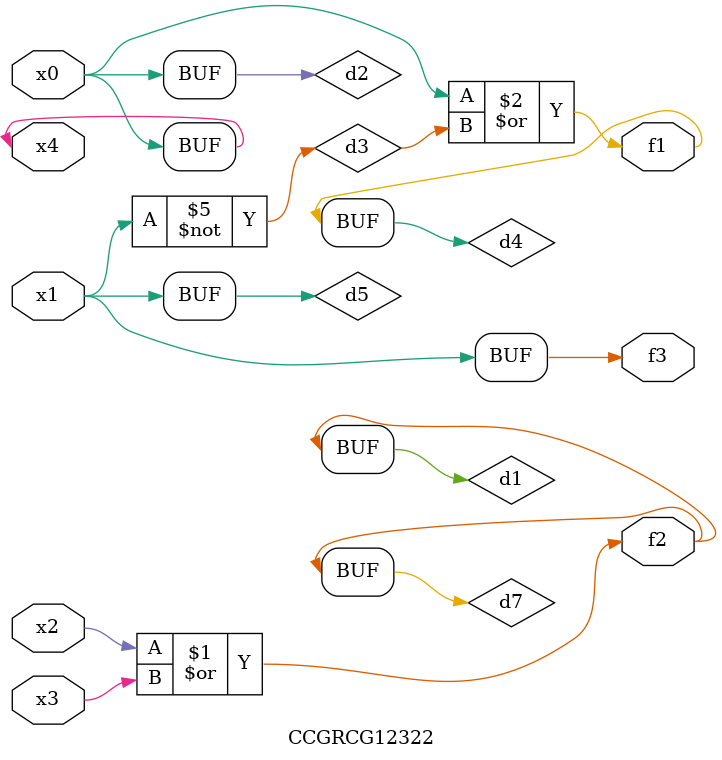
<source format=v>
module CCGRCG12322(
	input x0, x1, x2, x3, x4,
	output f1, f2, f3
);

	wire d1, d2, d3, d4, d5, d6, d7;

	or (d1, x2, x3);
	buf (d2, x0, x4);
	not (d3, x1);
	or (d4, d2, d3);
	not (d5, d3);
	nand (d6, d1, d3);
	or (d7, d1);
	assign f1 = d4;
	assign f2 = d7;
	assign f3 = d5;
endmodule

</source>
